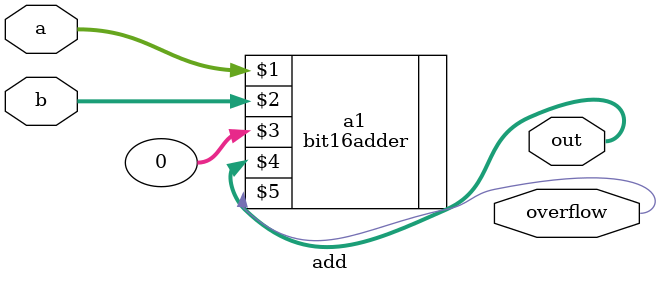
<source format=v>
module add(input[15:0] a,b, output[15:0] out, output overflow);
	bit16adder a1(a, b, 0, out, overflow);
endmodule
</source>
